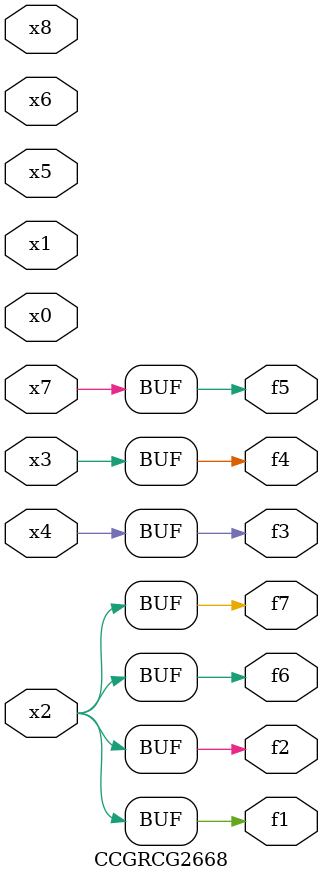
<source format=v>
module CCGRCG2668(
	input x0, x1, x2, x3, x4, x5, x6, x7, x8,
	output f1, f2, f3, f4, f5, f6, f7
);
	assign f1 = x2;
	assign f2 = x2;
	assign f3 = x4;
	assign f4 = x3;
	assign f5 = x7;
	assign f6 = x2;
	assign f7 = x2;
endmodule

</source>
